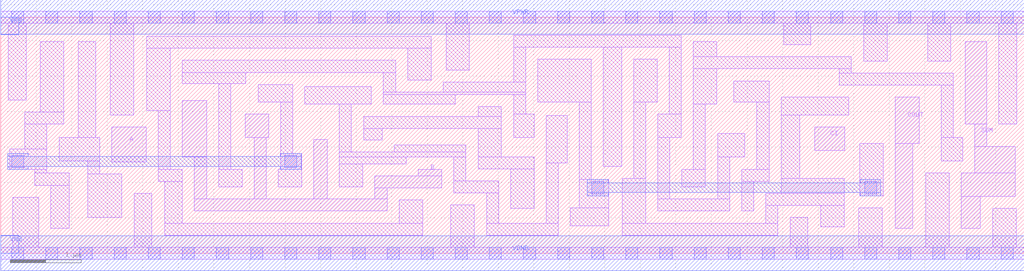
<source format=lef>
# Copyright 2020 The SkyWater PDK Authors
#
# Licensed under the Apache License, Version 2.0 (the "License");
# you may not use this file except in compliance with the License.
# You may obtain a copy of the License at
#
#     https://www.apache.org/licenses/LICENSE-2.0
#
# Unless required by applicable law or agreed to in writing, software
# distributed under the License is distributed on an "AS IS" BASIS,
# WITHOUT WARRANTIES OR CONDITIONS OF ANY KIND, either express or implied.
# See the License for the specific language governing permissions and
# limitations under the License.
#
# SPDX-License-Identifier: Apache-2.0

VERSION 5.5 ;
NAMESCASESENSITIVE ON ;
BUSBITCHARS "[]" ;
DIVIDERCHAR "/" ;
MACRO sky130_fd_sc_ms__fah_2
  CLASS CORE ;
  SOURCE USER ;
  ORIGIN  0.000000  0.000000 ;
  SIZE  14.40000 BY  3.330000 ;
  SYMMETRY X Y ;
  SITE unit ;
  PIN A
    ANTENNAGATEAREA  0.492000 ;
    DIRECTION INPUT ;
    USE SIGNAL ;
    PORT
      LAYER li1 ;
        RECT 1.565000 1.290000 2.045000 1.780000 ;
    END
  END A
  PIN B
    ANTENNAGATEAREA  0.723000 ;
    DIRECTION INPUT ;
    USE SIGNAL ;
    PORT
      LAYER li1 ;
        RECT 2.555000 1.355000 2.895000 2.150000 ;
        RECT 2.725000 0.595000 5.435000 0.765000 ;
        RECT 2.725000 0.765000 2.895000 1.355000 ;
        RECT 3.440000 1.630000 3.770000 1.960000 ;
        RECT 3.565000 0.765000 3.735000 1.630000 ;
        RECT 4.405000 0.765000 4.595000 1.605000 ;
        RECT 5.265000 0.765000 5.435000 0.920000 ;
        RECT 5.265000 0.920000 6.205000 1.090000 ;
        RECT 5.875000 1.090000 6.205000 1.185000 ;
    END
  END B
  PIN CI
    ANTENNAGATEAREA  0.246000 ;
    DIRECTION INPUT ;
    USE SIGNAL ;
    PORT
      LAYER li1 ;
        RECT 11.450000 1.450000 11.875000 1.780000 ;
    END
  END CI
  PIN COUT
    ANTENNADIFFAREA  0.543200 ;
    DIRECTION OUTPUT ;
    USE SIGNAL ;
    PORT
      LAYER li1 ;
        RECT 12.585000 0.350000 12.835000 1.550000 ;
        RECT 12.585000 1.550000 12.920000 2.200000 ;
    END
  END COUT
  PIN SUM
    ANTENNADIFFAREA  0.561800 ;
    DIRECTION OUTPUT ;
    USE SIGNAL ;
    PORT
      LAYER li1 ;
        RECT 13.515000 0.355000 13.785000 0.800000 ;
        RECT 13.515000 0.800000 14.275000 1.130000 ;
        RECT 13.570000 1.820000 13.875000 2.980000 ;
        RECT 13.705000 1.130000 14.275000 1.505000 ;
        RECT 13.705000 1.505000 13.875000 1.820000 ;
    END
  END SUM
  PIN VGND
    DIRECTION INOUT ;
    USE GROUND ;
    PORT
      LAYER met1 ;
        RECT 0.000000 -0.245000 14.400000 0.245000 ;
    END
  END VGND
  PIN VNB
    DIRECTION INOUT ;
    USE GROUND ;
    PORT
      LAYER met1 ;
        RECT 0.000000 0.000000 0.250000 0.250000 ;
    END
  END VNB
  PIN VPB
    DIRECTION INOUT ;
    USE POWER ;
    PORT
      LAYER met1 ;
        RECT 0.000000 3.080000 0.250000 3.330000 ;
    END
  END VPB
  PIN VPWR
    DIRECTION INOUT ;
    USE POWER ;
    PORT
      LAYER met1 ;
        RECT 0.000000 3.085000 14.400000 3.575000 ;
    END
  END VPWR
  OBS
    LAYER li1 ;
      RECT  0.000000 -0.085000 14.400000 0.085000 ;
      RECT  0.000000  3.245000 14.400000 3.415000 ;
      RECT  0.105000  2.160000  0.360000 3.245000 ;
      RECT  0.125000  1.180000  0.650000 1.470000 ;
      RECT  0.170000  0.085000  0.535000 0.790000 ;
      RECT  0.335000  1.470000  0.650000 1.820000 ;
      RECT  0.335000  1.820000  0.885000 1.990000 ;
      RECT  0.480000  0.960000  0.965000 1.130000 ;
      RECT  0.480000  1.130000  0.650000 1.180000 ;
      RECT  0.555000  1.990000  0.885000 2.980000 ;
      RECT  0.705000  0.350000  0.965000 0.960000 ;
      RECT  0.820000  1.300000  1.395000 1.630000 ;
      RECT  1.090000  1.630000  1.340000 2.980000 ;
      RECT  1.225000  0.505000  1.705000 1.120000 ;
      RECT  1.225000  1.120000  1.395000 1.300000 ;
      RECT  1.540000  1.950000  1.870000 3.245000 ;
      RECT  1.875000  0.085000  2.125000 0.845000 ;
      RECT  2.055000  2.015000  2.385000 2.890000 ;
      RECT  2.055000  2.890000  6.055000 3.060000 ;
      RECT  2.215000  1.015000  2.555000 1.185000 ;
      RECT  2.215000  1.185000  2.385000 2.015000 ;
      RECT  2.305000  0.255000  5.935000 0.425000 ;
      RECT  2.305000  0.425000  2.555000 1.015000 ;
      RECT  2.555000  2.390000  3.450000 2.550000 ;
      RECT  2.555000  2.550000  5.555000 2.720000 ;
      RECT  3.065000  0.935000  3.395000 1.185000 ;
      RECT  3.065000  1.185000  3.235000 2.390000 ;
      RECT  3.620000  2.130000  4.110000 2.380000 ;
      RECT  3.905000  0.935000  4.235000 1.185000 ;
      RECT  3.940000  1.185000  4.235000 1.410000 ;
      RECT  3.940000  1.410000  4.110000 2.130000 ;
      RECT  4.280000  2.100000  5.215000 2.350000 ;
      RECT  4.765000  0.935000  5.095000 1.260000 ;
      RECT  4.765000  1.260000  5.705000 1.355000 ;
      RECT  4.765000  1.355000  6.545000 1.430000 ;
      RECT  4.765000  1.430000  4.935000 2.100000 ;
      RECT  5.105000  1.600000  5.365000 1.760000 ;
      RECT  5.105000  1.760000  7.045000 1.930000 ;
      RECT  5.385000  2.100000  6.395000 2.240000 ;
      RECT  5.385000  2.240000  7.385000 2.270000 ;
      RECT  5.385000  2.270000  5.555000 2.550000 ;
      RECT  5.535000  1.430000  6.545000 1.525000 ;
      RECT  5.605000  0.425000  5.935000 0.750000 ;
      RECT  5.725000  2.440000  6.055000 2.890000 ;
      RECT  6.225000  2.270000  7.385000 2.410000 ;
      RECT  6.265000  2.580000  6.595000 3.245000 ;
      RECT  6.335000  0.085000  6.665000 0.680000 ;
      RECT  6.375000  0.850000  7.005000 1.020000 ;
      RECT  6.375000  1.020000  6.545000 1.355000 ;
      RECT  6.715000  1.190000  7.505000 1.360000 ;
      RECT  6.715000  1.360000  7.045000 1.760000 ;
      RECT  6.715000  1.930000  7.045000 2.070000 ;
      RECT  6.835000  0.255000  7.845000 0.425000 ;
      RECT  6.835000  0.425000  7.005000 0.850000 ;
      RECT  7.175000  0.630000  7.505000 1.190000 ;
      RECT  7.215000  1.630000  7.505000 1.960000 ;
      RECT  7.215000  1.960000  7.385000 2.240000 ;
      RECT  7.215000  2.410000  7.385000 2.905000 ;
      RECT  7.215000  2.905000  9.575000 3.075000 ;
      RECT  7.555000  2.130000  8.310000 2.735000 ;
      RECT  7.675000  0.425000  7.845000 1.275000 ;
      RECT  7.675000  1.275000  7.970000 1.945000 ;
      RECT  8.015000  0.390000  8.555000 0.640000 ;
      RECT  8.140000  0.640000  8.555000 1.040000 ;
      RECT  8.140000  1.040000  8.310000 2.130000 ;
      RECT  8.480000  1.225000  8.735000 2.905000 ;
      RECT  8.745000  0.255000 10.935000 0.425000 ;
      RECT  8.745000  0.425000  9.075000 1.055000 ;
      RECT  8.905000  1.055000  9.075000 2.130000 ;
      RECT  8.905000  2.130000  9.235000 2.735000 ;
      RECT  9.245000  0.595000 10.255000 0.765000 ;
      RECT  9.245000  0.765000  9.415000 1.630000 ;
      RECT  9.245000  1.630000  9.575000 1.960000 ;
      RECT  9.405000  1.960000  9.575000 2.905000 ;
      RECT  9.585000  0.935000  9.915000 1.185000 ;
      RECT  9.745000  1.185000  9.915000 2.100000 ;
      RECT  9.745000  2.100000 10.075000 2.600000 ;
      RECT  9.745000  2.600000 11.970000 2.770000 ;
      RECT  9.745000  2.770000 10.075000 2.980000 ;
      RECT 10.085000  0.765000 10.255000 1.355000 ;
      RECT 10.085000  1.355000 10.470000 1.685000 ;
      RECT 10.310000  2.130000 10.810000 2.430000 ;
      RECT 10.425000  0.595000 10.595000 1.015000 ;
      RECT 10.425000  1.015000 10.810000 1.185000 ;
      RECT 10.640000  1.185000 10.810000 2.130000 ;
      RECT 10.765000  0.425000 10.935000 0.675000 ;
      RECT 10.765000  0.675000 11.865000 0.845000 ;
      RECT 10.980000  0.845000 11.865000 1.055000 ;
      RECT 10.980000  1.055000 11.240000 1.950000 ;
      RECT 10.980000  1.950000 11.930000 2.200000 ;
      RECT 11.015000  2.940000 11.395000 3.245000 ;
      RECT 11.105000  0.085000 11.355000 0.505000 ;
      RECT 11.535000  0.375000 11.865000 0.675000 ;
      RECT 11.800000  2.370000 13.400000 2.540000 ;
      RECT 11.800000  2.540000 11.970000 2.600000 ;
      RECT 12.075000  0.085000 12.405000 0.640000 ;
      RECT 12.085000  0.810000 12.415000 1.550000 ;
      RECT 12.140000  2.710000 12.470000 3.245000 ;
      RECT 13.015000  0.085000 13.345000 1.130000 ;
      RECT 13.040000  2.710000 13.370000 3.245000 ;
      RECT 13.230000  1.300000 13.535000 1.630000 ;
      RECT 13.230000  1.630000 13.400000 2.370000 ;
      RECT 13.955000  0.085000 14.285000 0.630000 ;
      RECT 14.045000  1.820000 14.295000 3.245000 ;
    LAYER mcon ;
      RECT  0.155000 -0.085000  0.325000 0.085000 ;
      RECT  0.155000  1.210000  0.325000 1.380000 ;
      RECT  0.155000  3.245000  0.325000 3.415000 ;
      RECT  0.635000 -0.085000  0.805000 0.085000 ;
      RECT  0.635000  3.245000  0.805000 3.415000 ;
      RECT  1.115000 -0.085000  1.285000 0.085000 ;
      RECT  1.115000  3.245000  1.285000 3.415000 ;
      RECT  1.595000 -0.085000  1.765000 0.085000 ;
      RECT  1.595000  3.245000  1.765000 3.415000 ;
      RECT  2.075000 -0.085000  2.245000 0.085000 ;
      RECT  2.075000  3.245000  2.245000 3.415000 ;
      RECT  2.555000 -0.085000  2.725000 0.085000 ;
      RECT  2.555000  3.245000  2.725000 3.415000 ;
      RECT  3.035000 -0.085000  3.205000 0.085000 ;
      RECT  3.035000  3.245000  3.205000 3.415000 ;
      RECT  3.515000 -0.085000  3.685000 0.085000 ;
      RECT  3.515000  3.245000  3.685000 3.415000 ;
      RECT  3.995000 -0.085000  4.165000 0.085000 ;
      RECT  3.995000  1.210000  4.165000 1.380000 ;
      RECT  3.995000  3.245000  4.165000 3.415000 ;
      RECT  4.475000 -0.085000  4.645000 0.085000 ;
      RECT  4.475000  3.245000  4.645000 3.415000 ;
      RECT  4.955000 -0.085000  5.125000 0.085000 ;
      RECT  4.955000  3.245000  5.125000 3.415000 ;
      RECT  5.435000 -0.085000  5.605000 0.085000 ;
      RECT  5.435000  3.245000  5.605000 3.415000 ;
      RECT  5.915000 -0.085000  6.085000 0.085000 ;
      RECT  5.915000  3.245000  6.085000 3.415000 ;
      RECT  6.395000 -0.085000  6.565000 0.085000 ;
      RECT  6.395000  3.245000  6.565000 3.415000 ;
      RECT  6.875000 -0.085000  7.045000 0.085000 ;
      RECT  6.875000  3.245000  7.045000 3.415000 ;
      RECT  7.355000 -0.085000  7.525000 0.085000 ;
      RECT  7.355000  3.245000  7.525000 3.415000 ;
      RECT  7.835000 -0.085000  8.005000 0.085000 ;
      RECT  7.835000  3.245000  8.005000 3.415000 ;
      RECT  8.315000 -0.085000  8.485000 0.085000 ;
      RECT  8.315000  0.840000  8.485000 1.010000 ;
      RECT  8.315000  3.245000  8.485000 3.415000 ;
      RECT  8.795000 -0.085000  8.965000 0.085000 ;
      RECT  8.795000  3.245000  8.965000 3.415000 ;
      RECT  9.275000 -0.085000  9.445000 0.085000 ;
      RECT  9.275000  3.245000  9.445000 3.415000 ;
      RECT  9.755000 -0.085000  9.925000 0.085000 ;
      RECT  9.755000  3.245000  9.925000 3.415000 ;
      RECT 10.235000 -0.085000 10.405000 0.085000 ;
      RECT 10.235000  3.245000 10.405000 3.415000 ;
      RECT 10.715000 -0.085000 10.885000 0.085000 ;
      RECT 10.715000  3.245000 10.885000 3.415000 ;
      RECT 11.195000 -0.085000 11.365000 0.085000 ;
      RECT 11.195000  3.245000 11.365000 3.415000 ;
      RECT 11.675000 -0.085000 11.845000 0.085000 ;
      RECT 11.675000  3.245000 11.845000 3.415000 ;
      RECT 12.155000 -0.085000 12.325000 0.085000 ;
      RECT 12.155000  0.840000 12.325000 1.010000 ;
      RECT 12.155000  3.245000 12.325000 3.415000 ;
      RECT 12.635000 -0.085000 12.805000 0.085000 ;
      RECT 12.635000  3.245000 12.805000 3.415000 ;
      RECT 13.115000 -0.085000 13.285000 0.085000 ;
      RECT 13.115000  3.245000 13.285000 3.415000 ;
      RECT 13.595000 -0.085000 13.765000 0.085000 ;
      RECT 13.595000  3.245000 13.765000 3.415000 ;
      RECT 14.075000 -0.085000 14.245000 0.085000 ;
      RECT 14.075000  3.245000 14.245000 3.415000 ;
    LAYER met1 ;
      RECT  0.095000 1.180000  0.385000 1.225000 ;
      RECT  0.095000 1.225000  4.225000 1.365000 ;
      RECT  0.095000 1.365000  0.385000 1.410000 ;
      RECT  3.935000 1.180000  4.225000 1.225000 ;
      RECT  3.935000 1.365000  4.225000 1.410000 ;
      RECT  8.255000 0.810000  8.545000 0.855000 ;
      RECT  8.255000 0.855000 12.385000 0.995000 ;
      RECT  8.255000 0.995000  8.545000 1.040000 ;
      RECT 12.095000 0.810000 12.385000 0.855000 ;
      RECT 12.095000 0.995000 12.385000 1.040000 ;
  END
END sky130_fd_sc_ms__fah_2
END LIBRARY

</source>
